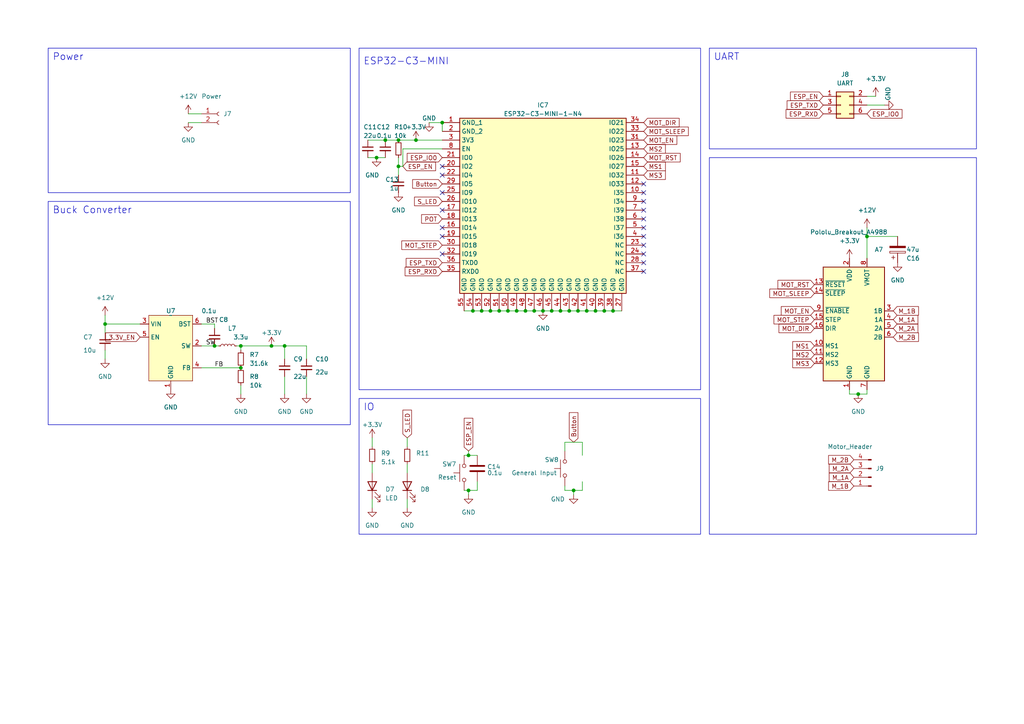
<source format=kicad_sch>
(kicad_sch (version 20230121) (generator eeschema)
  (paper "A4")
  (lib_symbols
    (symbol "+3.3V_1" (power) (pin_names (offset 0))
      (property "Value" "+3.3V_1" (at 0 3.556 0))
      (symbol "+3.3V_1_0_1"
        (polyline (pts (xy -0.762 1.27) (xy 0 2.54)))
        (polyline (pts (xy 0 0) (xy 0 2.54)))
        (polyline (pts (xy 0 2.54) (xy 0.762 1.27)))
      )
      (symbol "+3.3V_1_1_1"
        (pin power_in line (at 0 0 90) (length 0) hide (name "+3.3V") (number "1"))
      )
    )
    (symbol "Buck_Converter_AP62200TWU-7:AP62200TWU-7"
      (property "Reference" "U" (at 0 1.27 0))
      (symbol "AP62200TWU-7_0_1"
        (rectangle (start -6.35 0) (end 6.35 -19.05) (fill (type background)))
      )
      (symbol "AP62200TWU-7_1_1"
        (pin bidirectional line (at 0 -21.59 90) (length 2.54) (name "GND") (number "1"))
        (pin bidirectional line (at 8.89 -8.89 180) (length 2.54) (name "SW") (number "2"))
        (pin bidirectional line (at -8.89 -2.54 0) (length 2.54) (name "VIN") (number "3"))
        (pin bidirectional line (at 8.89 -15.24 180) (length 2.54) (name "FB") (number "4"))
        (pin bidirectional line (at -8.89 -6.35 0) (length 2.54) (name "EN") (number "5"))
        (pin bidirectional line (at 8.89 -2.54 180) (length 2.54) (name "BST") (number "6"))
      )
    )
    (symbol "Connector:Conn_01x02_Socket" (pin_names (offset 1.016) hide)
      (property "Reference" "J" (at 0 2.54 0))
      (property "Value" "Conn_01x02_Socket" (at 0 -5.08 0))
      (symbol "Conn_01x02_Socket_1_1"
        (arc (start 0 -2.032) (mid -0.5058 -2.54) (end 0 -3.048) (stroke (width 0.1524)))
        (polyline (pts (xy -1.27 -2.54) (xy -0.508 -2.54)) (stroke (width 0.1524)))
        (polyline (pts (xy -1.27 0) (xy -0.508 0)) (stroke (width 0.1524)))
        (arc (start 0 0.508) (mid -0.5058 0) (end 0 -0.508) (stroke (width 0.1524)))
        (pin passive line (at -5.08 0 0) (length 3.81) (name "Pin_1") (number "1"))
        (pin passive line (at -5.08 -2.54 0) (length 3.81) (name "Pin_2") (number "2"))
      )
    )
    (symbol "Connector:Conn_01x04_Pin" (pin_names (offset 1.016) hide)
      (property "Reference" "J" (at 0 5.08 0))
      (property "Value" "Conn_01x04_Pin" (at 0 -7.62 0))
      (symbol "Conn_01x04_Pin_1_1"
        (polyline (pts (xy 1.27 -5.08) (xy 0.8636 -5.08)) (stroke (width 0.1524)))
        (polyline (pts (xy 1.27 -2.54) (xy 0.8636 -2.54)) (stroke (width 0.1524)))
        (polyline (pts (xy 1.27 0) (xy 0.8636 0)) (stroke (width 0.1524)))
        (polyline (pts (xy 1.27 2.54) (xy 0.8636 2.54)) (stroke (width 0.1524)))
        (rectangle (start 0.8636 -4.953) (end 0 -5.207) (stroke (width 0.1524)) (fill (type outline)))
        (rectangle (start 0.8636 -2.413) (end 0 -2.667) (stroke (width 0.1524)) (fill (type outline)))
        (rectangle (start 0.8636 0.127) (end 0 -0.127) (stroke (width 0.1524)) (fill (type outline)))
        (rectangle (start 0.8636 2.667) (end 0 2.413) (stroke (width 0.1524)) (fill (type outline)))
        (pin passive line (at 5.08 2.54 180) (length 3.81) (name "Pin_1") (number "1"))
        (pin passive line (at 5.08 0 180) (length 3.81) (name "Pin_2") (number "2"))
        (pin passive line (at 5.08 -2.54 180) (length 3.81) (name "Pin_3") (number "3"))
        (pin passive line (at 5.08 -5.08 180) (length 3.81) (name "Pin_4") (number "4"))
      )
    )
    (symbol "Connector_Generic:Conn_02x03_Odd_Even" (pin_names (offset 1.016) hide)
      (property "Reference" "J" (at 1.27 5.08 0))
      (property "Value" "Conn_02x03_Odd_Even" (at 1.27 -5.08 0))
      (symbol "Conn_02x03_Odd_Even_1_1"
        (rectangle (start -1.27 -2.413) (end 0 -2.667) (stroke (width 0.1524)))
        (rectangle (start -1.27 0.127) (end 0 -0.127) (stroke (width 0.1524)))
        (rectangle (start -1.27 2.667) (end 0 2.413) (stroke (width 0.1524)))
        (rectangle (start -1.27 3.81) (end 3.81 -3.81) (stroke (width 0.254)) (fill (type background)))
        (rectangle (start 3.81 -2.413) (end 2.54 -2.667) (stroke (width 0.1524)))
        (rectangle (start 3.81 0.127) (end 2.54 -0.127) (stroke (width 0.1524)))
        (rectangle (start 3.81 2.667) (end 2.54 2.413) (stroke (width 0.1524)))
        (pin passive line (at -5.08 2.54 0) (length 3.81) (name "Pin_1") (number "1"))
        (pin passive line (at 7.62 2.54 180) (length 3.81) (name "Pin_2") (number "2"))
        (pin passive line (at -5.08 0 0) (length 3.81) (name "Pin_3") (number "3"))
        (pin passive line (at 7.62 0 180) (length 3.81) (name "Pin_4") (number "4"))
        (pin passive line (at -5.08 -2.54 0) (length 3.81) (name "Pin_5") (number "5"))
        (pin passive line (at 7.62 -2.54 180) (length 3.81) (name "Pin_6") (number "6"))
      )
    )
    (symbol "Device:C" (pin_numbers hide) (pin_names (offset 0.254))
      (property "Reference" "C" (at 0.635 2.54 0))
      (property "Value" "C" (at 0.635 -2.54 0))
      (symbol "C_0_1"
        (polyline (pts (xy -2.032 -0.762) (xy 2.032 -0.762)) (stroke (width 0.508)))
        (polyline (pts (xy -2.032 0.762) (xy 2.032 0.762)) (stroke (width 0.508)))
      )
      (symbol "C_1_1"
        (pin passive line (at 0 3.81 270) (length 2.794) (name "~") (number "1"))
        (pin passive line (at 0 -3.81 90) (length 2.794) (name "~") (number "2"))
      )
    )
    (symbol "Device:C_Polarized" (pin_numbers hide) (pin_names (offset 0.254))
      (property "Reference" "C" (at 0.635 2.54 0))
      (property "Value" "C_Polarized" (at 0.635 -2.54 0))
      (symbol "C_Polarized_0_1"
        (rectangle (start -2.286 0.508) (end 2.286 1.016))
        (polyline (pts (xy -1.778 2.286) (xy -0.762 2.286)))
        (polyline (pts (xy -1.27 2.794) (xy -1.27 1.778)))
        (rectangle (start 2.286 -0.508) (end -2.286 -1.016) (fill (type outline)))
      )
      (symbol "C_Polarized_1_1"
        (pin passive line (at 0 3.81 270) (length 2.794) (name "~") (number "1"))
        (pin passive line (at 0 -3.81 90) (length 2.794) (name "~") (number "2"))
      )
    )
    (symbol "Device:C_Small" (pin_numbers hide) (pin_names (offset 0.254) hide)
      (property "Reference" "C" (at 0.254 1.778 0))
      (property "Value" "C_Small" (at 0.254 -2.032 0))
      (symbol "C_Small_0_1"
        (polyline (pts (xy -1.524 -0.508) (xy 1.524 -0.508)) (stroke (width 0.3302)))
        (polyline (pts (xy -1.524 0.508) (xy 1.524 0.508)) (stroke (width 0.3048)))
      )
      (symbol "C_Small_1_1"
        (pin passive line (at 0 2.54 270) (length 2.032) (name "~") (number "1"))
        (pin passive line (at 0 -2.54 90) (length 2.032) (name "~") (number "2"))
      )
    )
    (symbol "Device:LED" (pin_numbers hide) (pin_names (offset 1.016) hide)
      (property "Reference" "D" (at 0 2.54 0))
      (property "Value" "LED" (at 0 -2.54 0))
      (symbol "LED_0_1"
        (polyline (pts (xy -1.27 -1.27) (xy -1.27 1.27)) (stroke (width 0.254)))
        (polyline (pts (xy -1.27 0) (xy 1.27 0)))
        (polyline (pts (xy 1.27 -1.27) (xy 1.27 1.27) (xy -1.27 0) (xy 1.27 -1.27)) (stroke (width 0.254)))
        (polyline (pts (xy -3.048 -0.762) (xy -4.572 -2.286) (xy -3.81 -2.286) (xy -4.572 -2.286) (xy -4.572 -1.524)))
        (polyline (pts (xy -1.778 -0.762) (xy -3.302 -2.286) (xy -2.54 -2.286) (xy -3.302 -2.286) (xy -3.302 -1.524)))
      )
      (symbol "LED_1_1"
        (pin passive line (at -3.81 0 0) (length 2.54) (name "K") (number "1"))
        (pin passive line (at 3.81 0 180) (length 2.54) (name "A") (number "2"))
      )
    )
    (symbol "Device:L_Small" (pin_numbers hide) (pin_names (offset 0.254) hide)
      (property "Reference" "L" (at 0.762 1.016 0))
      (property "Value" "L_Small" (at 0.762 -1.016 0))
      (symbol "L_Small_0_1"
        (arc (start 0 -2.032) (mid 0.5058 -1.524) (end 0 -1.016))
        (arc (start 0 -1.016) (mid 0.5058 -0.508) (end 0 0))
        (arc (start 0 0) (mid 0.5058 0.508) (end 0 1.016))
        (arc (start 0 1.016) (mid 0.5058 1.524) (end 0 2.032))
      )
      (symbol "L_Small_1_1"
        (pin passive line (at 0 2.54 270) (length 0.508) (name "~") (number "1"))
        (pin passive line (at 0 -2.54 90) (length 0.508) (name "~") (number "2"))
      )
    )
    (symbol "Device:R_Small" (pin_numbers hide) (pin_names (offset 0.254) hide)
      (property "Reference" "R" (at 0.762 0.508 0))
      (property "Value" "R_Small" (at 0.762 -1.016 0))
      (symbol "R_Small_0_1"
        (rectangle (start -0.762 1.778) (end 0.762 -1.778) (stroke (width 0.2032)))
      )
      (symbol "R_Small_1_1"
        (pin passive line (at 0 2.54 270) (length 0.762) (name "~") (number "1"))
        (pin passive line (at 0 -2.54 90) (length 0.762) (name "~") (number "2"))
      )
    )
    (symbol "Driver_Motor:Pololu_Breakout_A4988"
      (property "Reference" "A" (at -2.54 19.05 0))
      (property "Value" "Pololu_Breakout_A4988" (at -2.54 16.51 0))
      (symbol "Pololu_Breakout_A4988_0_1"
        (rectangle (start 10.16 -17.78) (end -7.62 15.24) (stroke (width 0.254)) (fill (type background)))
      )
      (symbol "Pololu_Breakout_A4988_1_1"
        (pin power_in line (at 0 -20.32 90) (length 2.54) (name "GND") (number "1"))
        (pin input line (at -10.16 -7.62 0) (length 2.54) (name "MS1") (number "10"))
        (pin input line (at -10.16 -10.16 0) (length 2.54) (name "MS2") (number "11"))
        (pin input line (at -10.16 -12.7 0) (length 2.54) (name "MS3") (number "12"))
        (pin input line (at -10.16 10.16 0) (length 2.54) (name "~{RESET}") (number "13"))
        (pin input line (at -10.16 7.62 0) (length 2.54) (name "~{SLEEP}") (number "14"))
        (pin input line (at -10.16 0 0) (length 2.54) (name "STEP") (number "15"))
        (pin input line (at -10.16 -2.54 0) (length 2.54) (name "DIR") (number "16"))
        (pin power_in line (at 0 17.78 270) (length 2.54) (name "VDD") (number "2"))
        (pin output line (at 12.7 2.54 180) (length 2.54) (name "1B") (number "3"))
        (pin output line (at 12.7 0 180) (length 2.54) (name "1A") (number "4"))
        (pin output line (at 12.7 -2.54 180) (length 2.54) (name "2A") (number "5"))
        (pin output line (at 12.7 -5.08 180) (length 2.54) (name "2B") (number "6"))
        (pin power_in line (at 5.08 -20.32 90) (length 2.54) (name "GND") (number "7"))
        (pin power_in line (at 5.08 17.78 270) (length 2.54) (name "VMOT") (number "8"))
        (pin input line (at -10.16 2.54 0) (length 2.54) (name "~{ENABLE}") (number "9"))
      )
    )
    (symbol "ESP32-C3-MINI-1-N4:ESP32-C3-MINI-1-N4"
      (property "Reference" "IC" (at -2.54 7.62 0))
      (property "Value" "ESP32-C3-MINI-1-N4" (at -12.7 2.54 0))
      (symbol "ESP32-C3-MINI-1-N4_1_1"
        (rectangle (start -26.67 17.78) (end 21.59 -33.02) (stroke (width 0.254)) (fill (type background)))
        (pin passive line (at -31.75 16.51 0) (length 5.08) (name "GND_1") (number "1"))
        (pin passive line (at 26.67 -3.81 180) (length 5.08) (name "I35") (number "10"))
        (pin passive line (at 26.67 1.27 180) (length 5.08) (name "IO32") (number "11"))
        (pin passive line (at 26.67 -1.27 180) (length 5.08) (name "IO33") (number "12"))
        (pin passive line (at 26.67 8.89 180) (length 5.08) (name "IO25") (number "13"))
        (pin passive line (at 26.67 6.35 180) (length 5.08) (name "IO26") (number "14"))
        (pin passive line (at 26.67 3.81 180) (length 5.08) (name "IO27") (number "15"))
        (pin passive line (at -31.75 -13.97 0) (length 5.08) (name "IO14") (number "16"))
        (pin passive line (at -31.75 -8.89 0) (length 5.08) (name "IO12") (number "17"))
        (pin passive line (at -31.75 -11.43 0) (length 5.08) (name "IO13") (number "18"))
        (pin passive line (at -31.75 -16.51 0) (length 5.08) (name "IO15") (number "19"))
        (pin passive line (at -31.75 13.97 0) (length 5.08) (name "GND_2") (number "2"))
        (pin passive line (at -31.75 3.81 0) (length 5.08) (name "IO2") (number "20"))
        (pin passive line (at -31.75 6.35 0) (length 5.08) (name "IO0") (number "21"))
        (pin passive line (at -31.75 1.27 0) (length 5.08) (name "IO4") (number "22"))
        (pin passive line (at 26.67 -19.05 180) (length 5.08) (name "NC") (number "23"))
        (pin passive line (at 26.67 -21.59 180) (length 5.08) (name "NC") (number "24"))
        (pin passive line (at -31.75 -3.81 0) (length 5.08) (name "IO9") (number "25"))
        (pin passive line (at -31.75 -6.35 0) (length 5.08) (name "IO10") (number "26"))
        (pin passive line (at 20.32 -38.1 90) (length 5.08) (name "GND") (number "27"))
        (pin passive line (at 26.67 -24.13 180) (length 5.08) (name "NC") (number "28"))
        (pin passive line (at -31.75 -1.27 0) (length 5.08) (name "IO5") (number "29"))
        (pin passive line (at -31.75 11.43 0) (length 5.08) (name "3V3") (number "3"))
        (pin passive line (at -31.75 -19.05 0) (length 5.08) (name "IO18") (number "30"))
        (pin passive line (at 26.67 11.43 180) (length 5.08) (name "IO23") (number "31"))
        (pin passive line (at -31.75 -21.59 0) (length 5.08) (name "IO19") (number "32"))
        (pin passive line (at 26.67 13.97 180) (length 5.08) (name "IO22") (number "33"))
        (pin passive line (at 26.67 16.51 180) (length 5.08) (name "IO21") (number "34"))
        (pin passive line (at -31.75 -26.67 0) (length 5.08) (name "RXD0") (number "35"))
        (pin passive line (at -31.75 -24.13 0) (length 5.08) (name "TXD0") (number "36"))
        (pin passive line (at 26.67 -26.67 180) (length 5.08) (name "NC") (number "37"))
        (pin passive line (at 17.78 -38.1 90) (length 5.08) (name "GND") (number "38"))
        (pin passive line (at 15.24 -38.1 90) (length 5.08) (name "GND") (number "39"))
        (pin passive line (at 26.67 -16.51 180) (length 5.08) (name "I36") (number "4"))
        (pin passive line (at 12.7 -38.1 90) (length 5.08) (name "GND") (number "40"))
        (pin passive line (at 10.16 -38.1 90) (length 5.08) (name "GND") (number "41"))
        (pin passive line (at 7.62 -38.1 90) (length 5.08) (name "GND") (number "42"))
        (pin passive line (at 5.08 -38.1 90) (length 5.08) (name "GND") (number "43"))
        (pin passive line (at 2.54 -38.1 90) (length 5.08) (name "GND") (number "44"))
        (pin passive line (at 0 -38.1 90) (length 5.08) (name "GND") (number "45"))
        (pin passive line (at -2.54 -38.1 90) (length 5.08) (name "GND") (number "46"))
        (pin passive line (at -5.08 -38.1 90) (length 5.08) (name "GND") (number "47"))
        (pin passive line (at -7.62 -38.1 90) (length 5.08) (name "GND") (number "48"))
        (pin passive line (at -10.16 -38.1 90) (length 5.08) (name "GND") (number "49"))
        (pin passive line (at 26.67 -13.97 180) (length 5.08) (name "I37") (number "5"))
        (pin passive line (at -12.7 -38.1 90) (length 5.08) (name "GND") (number "50"))
        (pin passive line (at -15.24 -38.1 90) (length 5.08) (name "GND") (number "51"))
        (pin passive line (at -17.78 -38.1 90) (length 5.08) (name "GND") (number "52"))
        (pin passive line (at -20.32 -38.1 90) (length 5.08) (name "GND") (number "53"))
        (pin passive line (at -22.86 -38.1 90) (length 5.08) (name "GND") (number "54"))
        (pin passive line (at -25.4 -38.1 90) (length 5.08) (name "GND") (number "55"))
        (pin passive line (at 26.67 -11.43 180) (length 5.08) (name "I38") (number "6"))
        (pin passive line (at 26.67 -8.89 180) (length 5.08) (name "I39") (number "7"))
        (pin passive line (at -31.75 8.89 0) (length 5.08) (name "EN") (number "8"))
        (pin passive line (at 26.67 -6.35 180) (length 5.08) (name "I34") (number "9"))
      )
    )
    (symbol "GND_1" (power) (pin_names (offset 0))
      (property "Value" "GND_1" (at 0 -3.81 0))
      (symbol "GND_1_0_1"
        (polyline (pts (xy 0 0) (xy 0 -1.27) (xy 1.27 -1.27) (xy 0 -2.54) (xy -1.27 -1.27) (xy 0 -1.27)))
      )
      (symbol "GND_1_1_1"
        (pin power_in line (at 0 0 270) (length 0) hide (name "GND") (number "1"))
      )
    )
    (symbol "GND_2" (power) (pin_names (offset 0))
      (property "Value" "GND_2" (at 0 -3.81 0))
      (symbol "GND_2_0_1"
        (polyline (pts (xy 0 0) (xy 0 -1.27) (xy 1.27 -1.27) (xy 0 -2.54) (xy -1.27 -1.27) (xy 0 -1.27)))
      )
      (symbol "GND_2_1_1"
        (pin power_in line (at 0 0 270) (length 0) hide (name "GND") (number "1"))
      )
    )
    (symbol "GND_3" (power) (pin_names (offset 0))
      (property "Value" "GND_3" (at 0 -3.81 0))
      (symbol "GND_3_0_1"
        (polyline (pts (xy 0 0) (xy 0 -1.27) (xy 1.27 -1.27) (xy 0 -2.54) (xy -1.27 -1.27) (xy 0 -1.27)))
      )
      (symbol "GND_3_1_1"
        (pin power_in line (at 0 0 270) (length 0) hide (name "GND") (number "1"))
      )
    )
    (symbol "Switch:SW_Push" (pin_numbers hide) (pin_names (offset 1.016) hide)
      (property "Reference" "SW" (at 1.27 2.54 0))
      (property "Value" "SW_Push" (at 0 -1.524 0))
      (symbol "SW_Push_0_1"
        (circle (center -2.032 0) (radius 0.508))
        (polyline (pts (xy 0 1.27) (xy 0 3.048)))
        (polyline (pts (xy 2.54 1.27) (xy -2.54 1.27)))
        (circle (center 2.032 0) (radius 0.508))
        (pin passive line (at -5.08 0 0) (length 2.54) (name "1") (number "1"))
        (pin passive line (at 5.08 0 180) (length 2.54) (name "2") (number "2"))
      )
    )
    (symbol "power:+12V" (power) (pin_names (offset 0))
      (property "Value" "+12V" (at 0 3.556 0))
      (symbol "+12V_0_1"
        (polyline (pts (xy -0.762 1.27) (xy 0 2.54)))
        (polyline (pts (xy 0 0) (xy 0 2.54)))
        (polyline (pts (xy 0 2.54) (xy 0.762 1.27)))
      )
      (symbol "+12V_1_1"
        (pin power_in line (at 0 0 90) (length 0) hide (name "+12V") (number "1"))
      )
    )
    (symbol "power:+3.3V" (power) (pin_names (offset 0))
      (property "Value" "+3.3V" (at 0 3.556 0))
      (symbol "+3.3V_0_1"
        (polyline (pts (xy -0.762 1.27) (xy 0 2.54)))
        (polyline (pts (xy 0 0) (xy 0 2.54)))
        (polyline (pts (xy 0 2.54) (xy 0.762 1.27)))
      )
      (symbol "+3.3V_1_1"
        (pin power_in line (at 0 0 90) (length 0) hide (name "+3.3V") (number "1"))
      )
    )
    (symbol "power:GND" (power) (pin_names (offset 0))
      (property "Value" "GND" (at 0 -3.81 0))
      (symbol "GND_0_1"
        (polyline (pts (xy 0 0) (xy 0 -1.27) (xy 1.27 -1.27) (xy 0 -2.54) (xy -1.27 -1.27) (xy 0 -1.27)))
      )
      (symbol "GND_1_1"
        (pin power_in line (at 0 0 270) (length 0) hide (name "GND") (number "1"))
      )
    )
  )
  (junction (at 30.48 93.98))
  (junction (at 120.65 40.64))
  (junction (at 154.94 90.17))
  (junction (at 251.46 68.58))
  (junction (at 135.89 132.08))
  (junction (at 69.85 100.33))
  (junction (at 139.7 90.17))
  (junction (at 149.86 90.17))
  (junction (at 115.57 40.64))
  (junction (at 165.1 90.17))
  (junction (at 69.85 106.68))
  (junction (at 170.18 90.17))
  (junction (at 162.56 90.17))
  (junction (at 144.78 90.17))
  (junction (at 78.74 100.33))
  (junction (at 175.26 90.17))
  (junction (at 147.32 90.17))
  (junction (at 62.23 100.33))
  (junction (at 152.4 90.17))
  (junction (at 111.76 40.64))
  (junction (at 172.72 90.17))
  (junction (at 160.02 90.17))
  (junction (at 128.27 35.56))
  (junction (at 137.16 90.17))
  (junction (at 109.22 45.72))
  (junction (at 166.37 142.24))
  (junction (at 157.48 90.17))
  (junction (at 115.57 48.26))
  (junction (at 142.24 90.17))
  (junction (at 82.55 100.33))
  (junction (at 248.92 114.3))
  (junction (at 177.8 90.17))
  (junction (at 167.64 90.17))
  (junction (at 135.89 142.24))
  (no_connect (at 186.69 78.74))
  (no_connect (at 128.27 66.04))
  (no_connect (at 186.69 53.34))
  (no_connect (at 128.27 68.58))
  (no_connect (at 186.69 58.42))
  (no_connect (at 128.27 73.66))
  (no_connect (at 128.27 55.88))
  (no_connect (at 186.69 76.2))
  (no_connect (at 186.69 66.04))
  (no_connect (at 186.69 55.88))
  (no_connect (at 186.69 71.12))
  (no_connect (at 186.69 68.58))
  (no_connect (at 128.27 60.96))
  (no_connect (at 128.27 48.26))
  (no_connect (at 186.69 63.5))
  (no_connect (at 186.69 73.66))
  (no_connect (at 128.27 50.8))
  (no_connect (at 186.69 60.96))
  (wire (pts (xy 138.43 142.24) (xy 135.89 142.24)))
  (wire (pts (xy 163.83 142.24) (xy 166.37 142.24)))
  (wire (pts (xy 88.9 104.14) (xy 88.9 100.33)))
  (wire (pts (xy 251.46 30.48) (xy 256.54 30.48)))
  (wire (pts (xy 248.92 114.3) (xy 251.46 114.3)))
  (wire (pts (xy 62.23 93.98) (xy 62.23 95.25)))
  (wire (pts (xy 116.84 48.26) (xy 116.84 43.18)))
  (wire (pts (xy 142.24 90.17) (xy 144.78 90.17)))
  (wire (pts (xy 69.85 100.33) (xy 78.74 100.33)))
  (wire (pts (xy 248.92 114.3) (xy 246.38 114.3)))
  (wire (pts (xy 62.23 100.33) (xy 63.5 100.33)))
  (wire (pts (xy 134.62 132.08) (xy 135.89 132.08)))
  (wire (pts (xy 251.46 68.58) (xy 251.46 74.93)))
  (wire (pts (xy 54.61 33.02) (xy 58.42 33.02)))
  (wire (pts (xy 69.85 101.6) (xy 69.85 100.33)))
  (wire (pts (xy 82.55 104.14) (xy 82.55 100.33)))
  (wire (pts (xy 128.27 35.56) (xy 128.27 38.1)))
  (wire (pts (xy 144.78 90.17) (xy 147.32 90.17)))
  (wire (pts (xy 135.89 142.24) (xy 135.89 143.51)))
  (wire (pts (xy 116.84 43.18) (xy 128.27 43.18)))
  (wire (pts (xy 58.42 93.98) (xy 62.23 93.98)))
  (wire (pts (xy 134.62 90.17) (xy 137.16 90.17)))
  (wire (pts (xy 163.83 130.81) (xy 163.83 128.27)))
  (wire (pts (xy 251.46 66.04) (xy 251.46 68.58)))
  (wire (pts (xy 167.64 90.17) (xy 170.18 90.17)))
  (wire (pts (xy 134.62 142.24) (xy 135.89 142.24)))
  (wire (pts (xy 115.57 48.26) (xy 116.84 48.26)))
  (wire (pts (xy 88.9 109.22) (xy 88.9 114.3)))
  (wire (pts (xy 118.11 147.32) (xy 118.11 144.78)))
  (wire (pts (xy 168.91 142.24) (xy 168.91 139.7)))
  (wire (pts (xy 118.11 134.62) (xy 118.11 137.16)))
  (wire (pts (xy 172.72 90.17) (xy 175.26 90.17)))
  (wire (pts (xy 251.46 27.94) (xy 254 27.94)))
  (wire (pts (xy 109.22 45.72) (xy 111.76 45.72)))
  (wire (pts (xy 107.95 127) (xy 107.95 129.54)))
  (wire (pts (xy 115.57 48.26) (xy 115.57 45.72)))
  (wire (pts (xy 251.46 114.3) (xy 251.46 113.03)))
  (wire (pts (xy 152.4 90.17) (xy 154.94 90.17)))
  (wire (pts (xy 107.95 147.32) (xy 107.95 144.78)))
  (wire (pts (xy 135.89 132.08) (xy 138.43 132.08)))
  (wire (pts (xy 58.42 106.68) (xy 69.85 106.68)))
  (wire (pts (xy 139.7 90.17) (xy 142.24 90.17)))
  (wire (pts (xy 246.38 114.3) (xy 246.38 113.03)))
  (wire (pts (xy 124.46 35.56) (xy 128.27 35.56)))
  (wire (pts (xy 106.68 45.72) (xy 109.22 45.72)))
  (wire (pts (xy 69.85 100.33) (xy 68.58 100.33)))
  (wire (pts (xy 128.27 40.64) (xy 120.65 40.64)))
  (wire (pts (xy 251.46 68.58) (xy 260.35 68.58)))
  (wire (pts (xy 170.18 90.17) (xy 172.72 90.17)))
  (wire (pts (xy 111.76 40.64) (xy 115.57 40.64)))
  (wire (pts (xy 160.02 90.17) (xy 162.56 90.17)))
  (wire (pts (xy 166.37 142.24) (xy 168.91 142.24)))
  (wire (pts (xy 157.48 90.17) (xy 160.02 90.17)))
  (wire (pts (xy 147.32 90.17) (xy 149.86 90.17)))
  (wire (pts (xy 138.43 139.7) (xy 138.43 142.24)))
  (wire (pts (xy 163.83 142.24) (xy 163.83 140.97)))
  (wire (pts (xy 115.57 48.26) (xy 115.57 50.8)))
  (wire (pts (xy 168.91 132.08) (xy 168.91 128.27)))
  (wire (pts (xy 82.55 109.22) (xy 82.55 114.3)))
  (wire (pts (xy 166.37 143.51) (xy 166.37 142.24)))
  (wire (pts (xy 149.86 90.17) (xy 152.4 90.17)))
  (wire (pts (xy 106.68 40.64) (xy 111.76 40.64)))
  (wire (pts (xy 30.48 96.52) (xy 30.48 93.98)))
  (wire (pts (xy 175.26 90.17) (xy 177.8 90.17)))
  (wire (pts (xy 30.48 91.44) (xy 30.48 93.98)))
  (wire (pts (xy 118.11 127) (xy 118.11 129.54)))
  (wire (pts (xy 165.1 90.17) (xy 167.64 90.17)))
  (wire (pts (xy 137.16 90.17) (xy 139.7 90.17)))
  (wire (pts (xy 135.89 130.81) (xy 135.89 132.08)))
  (wire (pts (xy 163.83 128.27) (xy 168.91 128.27)))
  (wire (pts (xy 78.74 100.33) (xy 82.55 100.33)))
  (wire (pts (xy 58.42 100.33) (xy 62.23 100.33)))
  (wire (pts (xy 120.65 40.64) (xy 115.57 40.64)))
  (wire (pts (xy 54.61 35.56) (xy 58.42 35.56)))
  (wire (pts (xy 107.95 134.62) (xy 107.95 137.16)))
  (wire (pts (xy 88.9 100.33) (xy 82.55 100.33)))
  (wire (pts (xy 30.48 93.98) (xy 40.64 93.98)))
  (wire (pts (xy 69.85 111.76) (xy 69.85 114.3)))
  (wire (pts (xy 177.8 90.17) (xy 180.34 90.17)))
  (wire (pts (xy 162.56 90.17) (xy 165.1 90.17)))
  (wire (pts (xy 154.94 90.17) (xy 157.48 90.17)))
  (wire (pts (xy 30.48 101.6) (xy 30.48 104.14)))
  (rectangle (start 104.14 115.57) (end 203.2 154.94))
  (rectangle (start 104.14 13.97) (end 203.2 113.03))
  (rectangle (start 13.97 58.42) (end 101.6 123.19))
  (rectangle (start 205.74 13.97) (end 283.21 43.18))
  (rectangle (start 205.74 45.72) (end 283.21 154.94))
  (rectangle (start 13.97 13.97) (end 101.6 55.88))
  (text "ESP32-C3-MINI\n" (at 105.41 19.05 0) (effects (font (size 2 2)) (justify left bottom)))
  (text "UART\n" (at 207.01 17.78 0) (effects (font (size 2 2)) (justify left bottom)))
  (text "IO\n" (at 105.41 119.38 0) (effects (font (size 2 2)) (justify left bottom)))
  (text "Buck Converter\n" (at 15.24 62.23 0) (effects (font (size 2 2)) (justify left bottom)))
  (text "Power" (at 15.24 17.78 0) (effects (font (size 2 2)) (justify left bottom)))
  (label "BST" (at 59.69 93.98 0))
  (label "SW" (at 59.69 100.33 0))
  (label "FB" (at 62.23 106.68 0))
  (global_label "Button" (shape input) (at 128.27 53.34 180) (property "Intersheetrefs" "${INTERSHEET_REFS}" (effects hide)))
  (global_label "MS2" (shape input) (at 186.69 43.18 0) (property "Intersheetrefs" "${INTERSHEET_REFS}" (effects hide)))
  (global_label "MOT_STEP" (shape input) (at 236.22 92.71 180) (property "Intersheetrefs" "${INTERSHEET_REFS}" (effects hide)))
  (global_label "MOT_RST" (shape input) (at 186.69 45.72 0) (property "Intersheetrefs" "${INTERSHEET_REFS}" (effects hide)))
  (global_label "MOT_EN" (shape input) (at 236.22 90.17 180) (property "Intersheetrefs" "${INTERSHEET_REFS}" (effects hide)))
  (global_label "ESP_IO0" (shape input) (at 128.27 45.72 180) (property "Intersheetrefs" "${INTERSHEET_REFS}" (effects hide)))
  (global_label "ESP_TXD" (shape input) (at 238.76 30.48 180) (property "Intersheetrefs" "${INTERSHEET_REFS}" (effects hide)))
  (global_label "ESP_EN" (shape input) (at 135.89 130.81 90) (property "Intersheetrefs" "${INTERSHEET_REFS}" (effects hide)))
  (global_label "3.3V_EN" (shape input) (at 40.64 97.79 180) (property "Intersheetrefs" "${INTERSHEET_REFS}" (effects hide)))
  (global_label "S_LED" (shape input) (at 128.27 58.42 180) (property "Intersheetrefs" "${INTERSHEET_REFS}" (effects hide)))
  (global_label "POT" (shape input) (at 128.27 63.5 180) (property "Intersheetrefs" "${INTERSHEET_REFS}" (effects hide)))
  (global_label "MS1" (shape input) (at 236.22 100.33 180) (property "Intersheetrefs" "${INTERSHEET_REFS}" (effects hide)))
  (global_label "M_1B" (shape input) (at 247.65 140.97 180) (property "Intersheetrefs" "${INTERSHEET_REFS}" (effects hide)))
  (global_label "M_1A" (shape input) (at 259.08 92.71 0) (property "Intersheetrefs" "${INTERSHEET_REFS}" (effects hide)))
  (global_label "ESP_TXD" (shape input) (at 128.27 76.2 180) (property "Intersheetrefs" "${INTERSHEET_REFS}" (effects hide)))
  (global_label "MS1" (shape input) (at 186.69 48.26 0) (property "Intersheetrefs" "${INTERSHEET_REFS}" (effects hide)))
  (global_label "ESP_RXD" (shape input) (at 128.27 78.74 180) (property "Intersheetrefs" "${INTERSHEET_REFS}" (effects hide)))
  (global_label "MS3" (shape input) (at 186.69 50.8 0) (property "Intersheetrefs" "${INTERSHEET_REFS}" (effects hide)))
  (global_label "S_LED" (shape input) (at 118.11 127 90) (property "Intersheetrefs" "${INTERSHEET_REFS}" (effects hide)))
  (global_label "M_2B" (shape input) (at 247.65 133.35 180) (property "Intersheetrefs" "${INTERSHEET_REFS}" (effects hide)))
  (global_label "MOT_SLEEP" (shape input) (at 186.69 38.1 0) (property "Intersheetrefs" "${INTERSHEET_REFS}" (effects hide)))
  (global_label "M_2B" (shape input) (at 259.08 97.79 0) (property "Intersheetrefs" "${INTERSHEET_REFS}" (effects hide)))
  (global_label "MOT_EN" (shape input) (at 186.69 40.64 0) (property "Intersheetrefs" "${INTERSHEET_REFS}" (effects hide)))
  (global_label "MOT_DIR" (shape input) (at 236.22 95.25 180) (property "Intersheetrefs" "${INTERSHEET_REFS}" (effects hide)))
  (global_label "M_1A" (shape input) (at 247.65 138.43 180) (property "Intersheetrefs" "${INTERSHEET_REFS}" (effects hide)))
  (global_label "MOT_DIR" (shape input) (at 186.69 35.56 0) (property "Intersheetrefs" "${INTERSHEET_REFS}" (effects hide)))
  (global_label "M_1B" (shape input) (at 259.08 90.17 0) (property "Intersheetrefs" "${INTERSHEET_REFS}" (effects hide)))
  (global_label "M_2A" (shape input) (at 247.65 135.89 180) (property "Intersheetrefs" "${INTERSHEET_REFS}" (effects hide)))
  (global_label "Button" (shape input) (at 166.37 128.27 90) (property "Intersheetrefs" "${INTERSHEET_REFS}" (effects hide)))
  (global_label "M_2A" (shape input) (at 259.08 95.25 0) (property "Intersheetrefs" "${INTERSHEET_REFS}" (effects hide)))
  (global_label "ESP_EN" (shape input) (at 238.76 27.94 180) (property "Intersheetrefs" "${INTERSHEET_REFS}" (effects hide)))
  (global_label "MS3" (shape input) (at 236.22 105.41 180) (property "Intersheetrefs" "${INTERSHEET_REFS}" (effects hide)))
  (global_label "ESP_IO0" (shape input) (at 251.46 33.02 0) (property "Intersheetrefs" "${INTERSHEET_REFS}" (effects hide)))
  (global_label "MS2" (shape input) (at 236.22 102.87 180) (property "Intersheetrefs" "${INTERSHEET_REFS}" (effects hide)))
  (global_label "MOT_SLEEP" (shape input) (at 236.22 85.09 180) (property "Intersheetrefs" "${INTERSHEET_REFS}" (effects hide)))
  (global_label "ESP_RXD" (shape input) (at 238.76 33.02 180) (property "Intersheetrefs" "${INTERSHEET_REFS}" (effects hide)))
  (global_label "MOT_RST" (shape input) (at 236.22 82.55 180) (property "Intersheetrefs" "${INTERSHEET_REFS}" (effects hide)))
  (global_label "MOT_STEP" (shape input) (at 128.27 71.12 180) (property "Intersheetrefs" "${INTERSHEET_REFS}" (effects hide)))
  (global_label "ESP_EN" (shape input) (at 116.84 48.26 0) (property "Intersheetrefs" "${INTERSHEET_REFS}" (effects hide)))
  (symbol (lib_id "Driver_Motor:Pololu_Breakout_A4988") (at 246.38 92.71 0) (unit 1)
    (property "Reference" "A7" (at 253.6541 72.39 0) (effects (justify left)))
    (property "Value" "Pololu_Breakout_A4988" (at 234.95 67.31 0) (effects (justify left)))
    (property "Footprint" "Module:Pololu_Breakout-16_15.2x20.3mm" (effects hide))
    (property "Datasheet" "https://www.pololu.com/product/2980/pictures" (effects hide))
  )
  (symbol (lib_id "power:GND") (at 107.95 147.32 0) (unit 1)
    (property "Reference" "#PWR016" (effects hide))
    (property "Value" "GND" (at 107.95 152.4 0))
  )
  (symbol (lib_id "Device:R_Small") (at 69.85 104.14 0) (unit 1)
    (property "Reference" "R7" (at 72.39 102.87 0) (effects (justify left)))
    (property "Value" "31.6k" (at 72.39 105.41 0) (effects (justify left)))
    (property "Footprint" "Resistor_SMD:R_0402_1005Metric" (effects hide))
  )
  (symbol (lib_id "Device:C") (at 138.43 135.89 0) (unit 1)
    (property "Reference" "C14" (at 143.256 135.382 0))
    (property "Value" "0.1u" (at 143.51 137.16 0))
    (property "Footprint" "Capacitor_SMD:C_0402_1005Metric" (effects hide))
  )
  (symbol (lib_id "power:GND") (at 115.57 55.88 0) (unit 1)
    (property "Reference" "#PWR018" (effects hide))
    (property "Value" "GND" (at 115.57 60.96 0))
  )
  (symbol (lib_name "GND_2") (lib_id "power:GND") (at 260.35 76.2 0) (unit 1)
    (property "Reference" "#PWR029" (effects hide))
    (property "Value" "GND" (at 260.35 81.28 0))
  )
  (symbol (lib_id "power:GND") (at 135.89 143.51 0) (unit 1)
    (property "Reference" "#PWR022" (effects hide))
    (property "Value" "GND" (at 135.89 148.59 0))
  )
  (symbol (lib_id "Device:LED") (at 118.11 140.97 90) (unit 1)
    (property "Reference" "D8" (at 121.92 141.9225 90) (effects (justify right)))
    (property "Value" "LED" (effects hide))
    (property "Footprint" "Capacitor_SMD:C_0805_2012Metric" (effects hide))
  )
  (symbol (lib_id "Device:C_Small") (at 88.9 106.68 0) (unit 1)
    (property "Reference" "C10" (at 91.44 104.14 0) (effects (justify left)))
    (property "Value" "22u" (at 91.44 107.95 0) (effects (justify left)))
    (property "Footprint" "Capacitor_SMD:C_0805_2012Metric" (effects hide))
  )
  (symbol (lib_id "Device:C_Small") (at 106.68 43.18 0) (unit 1)
    (property "Reference" "C11" (at 105.41 36.83 0) (effects (justify left)))
    (property "Value" "22u" (at 105.41 39.37 0) (effects (justify left)))
    (property "Footprint" "Capacitor_SMD:C_0805_2012Metric" (effects hide))
  )
  (symbol (lib_id "power:+12V") (at 30.48 91.44 0) (unit 1)
    (property "Reference" "#PWR031" (effects hide))
    (property "Value" "+12V" (at 30.48 86.36 0))
  )
  (symbol (lib_id "power:GND") (at 256.54 30.48 90) (unit 1)
    (property "Reference" "#PWR028" (effects hide))
    (property "Value" "GND" (at 257.556 27.178 0))
  )
  (symbol (lib_name "GND_3") (lib_id "power:GND") (at 54.61 35.56 0) (unit 1)
    (property "Reference" "#PWR010" (effects hide))
    (property "Value" "GND" (at 54.61 40.64 0))
  )
  (symbol (lib_id "power:GND") (at 124.46 35.56 0) (unit 1)
    (property "Reference" "#PWR021" (effects hide))
    (property "Value" "GND" (at 124.46 34.29 0))
  )
  (symbol (lib_id "power:GND") (at 118.11 147.32 0) (unit 1)
    (property "Reference" "#PWR019" (effects hide))
    (property "Value" "GND" (at 118.11 152.4 0))
  )
  (symbol (lib_id "power:GND") (at 88.9 114.3 0) (unit 1)
    (property "Reference" "#PWR014" (effects hide))
    (property "Value" "GND" (at 88.9 119.38 0))
  )
  (symbol (lib_name "GND_1") (lib_id "power:GND") (at 248.92 114.3 0) (unit 1)
    (property "Reference" "#PWR026" (effects hide))
    (property "Value" "GND" (at 248.92 119.38 0))
  )
  (symbol (lib_id "power:GND") (at 49.53 113.03 0) (unit 1)
    (property "Reference" "#PWR08" (effects hide))
    (property "Value" "GND" (at 49.53 118.11 0))
  )
  (symbol (lib_id "Buck_Converter_AP62200TWU-7:AP62200TWU-7") (at 49.53 91.44 0) (unit 1)
    (property "Reference" "U7" (at 49.53 90.17 0))
    (property "Value" "~" (at 49.53 91.44 0))
    (property "Footprint" "Package_TO_SOT_SMD:TSOT-23-6" (effects hide))
  )
  (symbol (lib_id "Device:C_Small") (at 62.23 97.79 0) (unit 1)
    (property "Reference" "C8" (at 63.5 92.71 0) (effects (justify left)))
    (property "Value" "0.1u" (at 58.42 90.17 0) (effects (justify left)))
    (property "Footprint" "Capacitor_SMD:C_0402_1005Metric" (effects hide))
  )
  (symbol (lib_id "power:+3.3V") (at 78.74 100.33 0) (unit 1)
    (property "Reference" "#PWR012" (effects hide))
    (property "Value" "+3.3V" (at 78.74 96.52 0))
  )
  (symbol (lib_id "Device:LED") (at 107.95 140.97 90) (unit 1)
    (property "Reference" "D7" (at 111.76 141.9225 90) (effects (justify right)))
    (property "Value" "LED" (at 111.76 144.4625 90) (effects (justify right)))
    (property "Footprint" "Capacitor_SMD:C_0805_2012Metric" (effects hide))
  )
  (symbol (lib_id "power:GND") (at 109.22 45.72 0) (unit 1)
    (property "Reference" "#PWR017" (effects hide))
    (property "Value" "GND" (at 107.95 50.8 0))
  )
  (symbol (lib_id "power:+3.3V") (at 107.95 127 0) (unit 1)
    (property "Reference" "#PWR015" (effects hide))
    (property "Value" "+3.3V" (at 107.95 123.19 0))
  )
  (symbol (lib_id "Device:C_Small") (at 115.57 53.34 0) (unit 1)
    (property "Reference" "C13" (at 111.76 52.07 0) (effects (justify left)))
    (property "Value" "1u" (at 113.03 54.61 0) (effects (justify left)))
    (property "Footprint" "Capacitor_SMD:C_0402_1005Metric" (effects hide))
  )
  (symbol (lib_id "Switch:SW_Push") (at 163.83 135.89 90) (unit 1)
    (property "Reference" "SW8" (at 160.02 133.35 90))
    (property "Value" "General Input" (at 154.94 137.16 90))
    (property "Footprint" "Push_Button:button_RKB2SJK250SMTR LFS" (effects hide))
  )
  (symbol (lib_id "Connector:Conn_01x02_Socket") (at 63.5 33.02 0) (unit 1)
    (property "Reference" "J7" (at 64.77 33.02 0) (effects (justify left)))
    (property "Value" "Power" (at 58.42 27.94 0) (effects (justify left)))
    (property "Footprint" "Connector_PinSocket_2.54mm:PinSocket_2x01_P2.54mm_Vertical" (effects hide))
  )
  (symbol (lib_id "power:+12V") (at 251.46 66.04 0) (unit 1)
    (property "Reference" "#PWR030" (effects hide))
    (property "Value" "+12V" (at 251.46 60.96 0))
  )
  (symbol (lib_id "power:+3.3V") (at 120.65 40.64 0) (unit 1)
    (property "Reference" "#PWR020" (effects hide))
    (property "Value" "+3.3V" (at 120.65 36.83 0))
  )
  (symbol (lib_id "Device:C_Small") (at 30.48 99.06 0) (unit 1)
    (property "Reference" "C7" (at 24.13 97.79 0) (effects (justify left)))
    (property "Value" "10u" (at 24.13 101.6 0) (effects (justify left)))
    (property "Footprint" "Capacitor_SMD:C_0603_1608Metric" (effects hide))
  )
  (symbol (lib_id "Device:R_Small") (at 107.95 132.08 0) (unit 1)
    (property "Reference" "R9" (at 110.49 131.445 0) (effects (justify left)))
    (property "Value" "5.1k" (at 110.49 133.985 0) (effects (justify left)))
    (property "Footprint" "Resistor_SMD:R_0402_1005Metric" (effects hide))
  )
  (symbol (lib_id "Device:C_Small") (at 111.76 43.18 0) (unit 1)
    (property "Reference" "C12" (at 109.22 36.83 0) (effects (justify left)))
    (property "Value" "0.1u" (at 109.22 39.37 0) (effects (justify left)))
    (property "Footprint" "Capacitor_SMD:C_0402_1005Metric" (effects hide))
  )
  (symbol (lib_id "Device:R_Small") (at 115.57 43.18 0) (unit 1)
    (property "Reference" "R10" (at 114.3 36.83 0) (effects (justify left)))
    (property "Value" "10k" (at 114.3 39.37 0) (effects (justify left)))
    (property "Footprint" "Resistor_SMD:R_0402_1005Metric" (effects hide))
  )
  (symbol (lib_id "power:GND") (at 69.85 114.3 0) (unit 1)
    (property "Reference" "#PWR011" (effects hide))
    (property "Value" "GND" (at 69.85 119.38 0))
  )
  (symbol (lib_id "Device:R_Small") (at 118.11 132.08 0) (unit 1)
    (property "Reference" "R11" (at 120.65 131.445 0) (effects (justify left)))
    (property "Value" "5.1k" (effects hide))
    (property "Footprint" "Resistor_SMD:R_0402_1005Metric" (effects hide))
  )
  (symbol (lib_id "power:GND") (at 82.55 114.3 0) (unit 1)
    (property "Reference" "#PWR013" (effects hide))
    (property "Value" "GND" (at 82.55 119.38 0))
  )
  (symbol (lib_id "Connector:Conn_01x04_Pin") (at 252.73 138.43 180) (unit 1)
    (property "Reference" "J9" (at 254 135.89 0) (effects (justify right)))
    (property "Value" "Motor_Header" (at 240.03 129.54 0) (effects (justify right)))
    (property "Footprint" "Connector_PinHeader_2.54mm:PinHeader_1x04_P2.54mm_Vertical" (effects hide))
  )
  (symbol (lib_id "power:+3.3V") (at 254 27.94 0) (unit 1)
    (property "Reference" "#PWR027" (effects hide))
    (property "Value" "+3.3V" (at 254 22.86 0))
  )
  (symbol (lib_name "+3.3V_1") (lib_id "power:+3.3V") (at 246.38 74.93 0) (unit 1)
    (property "Reference" "#PWR025" (effects hide))
    (property "Value" "+3.3V" (at 246.38 69.85 0))
  )
  (symbol (lib_id "ESP32-C3-MINI-1-N4:ESP32-C3-MINI-1-N4") (at 160.02 52.07 0) (unit 1)
    (property "Reference" "IC7" (at 157.48 30.48 0))
    (property "Value" "ESP32-C3-MINI-1-N4" (at 157.48 33.02 0))
    (property "Footprint" "ESP32MINI1N4:ESP32MINI1N4" (effects hide))
    (property "Datasheet" "https://www.mouser.com/datasheet/2/891/Espressif_ESP32_C3_MINI_1_Datasheet-2006822.pdf" (effects hide))
    (property "Height" "2.55" (effects hide))
    (property "Manufacturer_Name" "Espressif Systems" (effects hide))
    (property "Manufacturer_Part_Number" "ESP32-C3-MINI-1-N4" (effects hide))
    (property "Mouser Part Number" "356-ESP32-C3-MINI1N4" (effects hide))
    (property "Mouser Price/Stock" "https://www.mouser.co.uk/ProductDetail/Espressif-Systems/ESP32-C3-MINI-1-N4?qs=stqOd1AaK7%252B%2FpH3qqyGehA%3D%3D" (effects hide))
  )
  (symbol (lib_id "Device:C_Polarized") (at 260.35 72.39 0) (mirror x) (unit 1)
    (property "Reference" "C16" (at 262.89 74.93 0) (effects (justify left)))
    (property "Value" "47u" (at 262.89 72.39 0) (effects (justify left)))
    (property "Footprint" "Capacitor_SMD:CP_Elec_6.3x5.9" (effects hide))
  )
  (symbol (lib_id "power:GND") (at 166.37 143.51 0) (mirror y) (unit 1)
    (property "Reference" "#PWR024" (effects hide))
    (property "Value" "GND" (at 163.83 144.78 0) (effects (justify left)))
  )
  (symbol (lib_id "Switch:SW_Push") (at 134.62 137.16 90) (unit 1)
    (property "Reference" "SW7" (at 128.27 134.62 90) (effects (justify right)))
    (property "Value" "Reset" (at 127 138.43 90) (effects (justify right)))
    (property "Footprint" "Push_Button:button_RKB2SJK250SMTR LFS" (effects hide))
  )
  (symbol (lib_id "power:GND") (at 157.48 90.17 0) (unit 1)
    (property "Reference" "#PWR023" (effects hide))
    (property "Value" "GND" (at 157.48 95.25 0))
  )
  (symbol (lib_id "Device:R_Small") (at 69.85 109.22 0) (unit 1)
    (property "Reference" "R8" (at 72.39 109.22 0) (effects (justify left)))
    (property "Value" "10k" (at 72.39 111.76 0) (effects (justify left)))
    (property "Footprint" "Resistor_SMD:R_0402_1005Metric" (effects hide))
  )
  (symbol (lib_id "power:GND") (at 30.48 104.14 0) (unit 1)
    (property "Reference" "#PWR07" (effects hide))
    (property "Value" "GND" (at 30.48 109.22 0))
  )
  (symbol (lib_id "Device:C_Small") (at 82.55 106.68 0) (unit 1)
    (property "Reference" "C9" (at 85.09 104.14 0) (effects (justify left)))
    (property "Value" "22u" (at 85.09 109.22 0) (effects (justify left)))
    (property "Footprint" "Capacitor_SMD:C_0805_2012Metric" (effects hide))
  )
  (symbol (lib_id "power:+12V") (at 54.61 33.02 0) (unit 1)
    (property "Reference" "#PWR09" (effects hide))
    (property "Value" "+12V" (at 54.61 27.94 0))
  )
  (symbol (lib_id "Connector_Generic:Conn_02x03_Odd_Even") (at 243.84 30.48 0) (unit 1)
    (property "Reference" "J8" (at 245.11 21.59 0))
    (property "Value" "UART" (at 245.11 24.13 0))
    (property "Footprint" "Connector_PinHeader_1.27mm:PinHeader_2x03_P1.27mm_Vertical_SMD" (effects hide))
  )
  (symbol (lib_id "Device:L_Small") (at 66.04 100.33 90) (unit 1)
    (property "Reference" "L7" (at 67.31 95.25 90))
    (property "Value" "3.3u" (at 69.85 97.79 90))
    (property "Footprint" "Inductor_SMD:L_Sunlord_MWSA0618S" (effects hide))
  )
)
</source>
